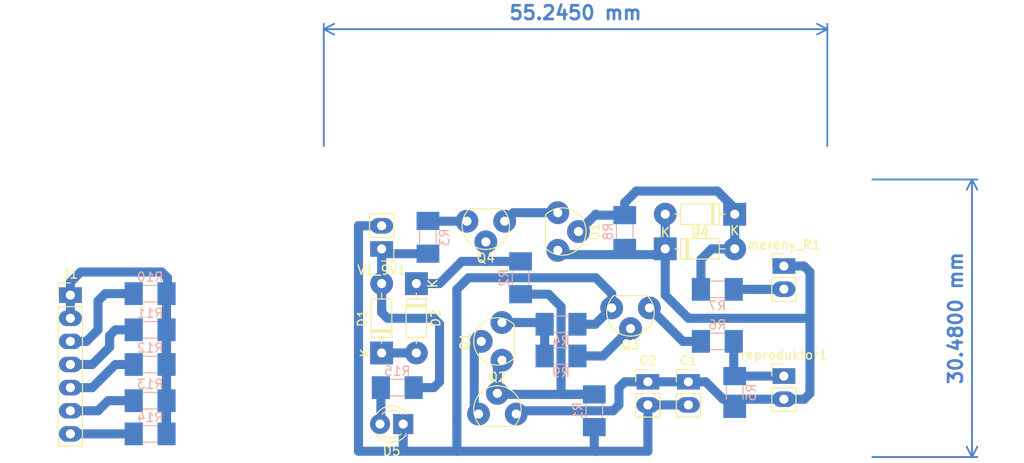
<source format=kicad_pcb>
(kicad_pcb (version 20211014) (generator pcbnew)
  (layers (0 "F.Cu" signal) (31 "B.Cu" signal) (34 "B.Paste" user) (35 "F.Paste" user) (36 "B.SilkS" user "B.Silkscreen") (37 "F.SilkS" user "F.Silkscreen") (38 "B.Mask" user) (39 "F.Mask" user) (44 "Edge.Cuts" user))
  (net 0 "")
  (net 1 "Net-(C1-Pad1)")
  (net 2 "GND")
  (net 3 "Net-(D1-Pad1)")
  (net 4 "+9V")
  (net 5 "Net-(D2-Pad1)")
  (net 6 "Net-(D3-Pad2)")
  (net 7 "Net-(R7-Pad2)")
  (net 8 "Net-(Q1-Pad1)")
  (net 9 "Net-(Q1-Pad2)")
  (net 10 "Net-(Q1-Pad3)")
  (net 11 "Net-(Q3-Pad1)")
  (net 12 "Net-(Q3-Pad2)")
  (net 13 "Net-(Q4-Pad1)")
  (net 14 "Net-(Q4-Pad3)")
  (net 15 "Net-(R5-Pad2)")
  (net 16 "Net-(J1-Pad3)")
  (net 17 "Net-(J1-Pad4)")
  (net 18 "Net-(J1-Pad5)")
  (net 19 "Net-(J1-Pad6)")
  (net 20 "Net-(J1-Pad7)")
  (net 21 "Net-(D5-Pad2)")
  (net 22 "Net-(J1-Pad1)")
  (footprint "A_library:PinHeader_1x02_P2.54mm_Vertical" (layer "F.Cu") (at 233.68 96.515)
    (fp_text reference "C2" (at 0 -2.33) (layer "F.SilkS"))
    (fp_text value "680n")
    (fp_line (start -1.33 3.87) (end 1.33 3.87) (layer "F.SilkS") (width 0.12))
    (fp_line (start 1.33 1.27) (end 1.33 3.87) (layer "F.SilkS") (width 0.12))
    (fp_line (start -1.33 -1.33) (end 0 -1.33) (layer "F.SilkS") (width 0.12))
    (fp_line (start -1.33 0) (end -1.33 -1.33) (layer "F.SilkS") (width 0.12))
    (fp_line (start -1.33 1.27) (end -1.33 3.87) (layer "F.SilkS") (width 0.12))
    (fp_line (start -1.33 1.27) (end 1.33 1.27) (layer "F.SilkS") (width 0.12))
    (pad "1" thru_hole rect (at 0 0) (size 2.5 1.7) (drill 1) (layers *.Cu *.Mask) (net 1 "Net-(C1-Pad1)"))
    (pad "2" thru_hole oval (at 0 2.54) (size 2.5 1.7) (drill 1) (layers *.Cu *.Mask) (net 2 "GND"))
  )
  (footprint "A_library:TO-92" (layer "F.Cu") (at 215.9 99.5525)
    (fp_text reference "Q2" (at 1.27 -3.56) (layer "F.SilkS"))
    (fp_text value "BC556")
    (fp_line (start -0.53 1.85) (end 3.07 1.85) (layer "F.SilkS") (width 0.12))
    (fp_arc (start -0.568478 1.838478) (mid -1.132087 -0.994977) (end 1.27 -2.6) (layer "F.SilkS") (width 0.12))
    (fp_arc (start 1.27 -2.6) (mid 3.672087 -0.994977) (end 3.108478 1.838478) (layer "F.SilkS") (width 0.12))
    (pad "1" thru_hole circle (at -0.8 0.5) (size 2.5 2.5) (drill 1) (layers *.Cu *.Mask) (net 9 "Net-(Q1-Pad2)"))
    (pad "2" thru_hole circle (at 1.27 -1.77) (size 2.5 2.5) (drill 1) (layers *.Cu *.Mask) (net 8 "Net-(Q1-Pad1)"))
    (pad "3" thru_hole circle (at 3.34 0.5 90) (size 2.5 2.5) (drill 1) (layers *.Cu *.Mask) (net 1 "Net-(C1-Pad1)"))
  )
  (footprint "A_library:PinHeader_1x02_P2.54mm_Vertical" (layer "F.Cu") (at 248.6025 95.885)
    (fp_text reference "reproduktor1" (at 0 -2.33) (layer "F.SilkS"))
    (fp_text value "Conn_01x02_Male")
    (fp_line (start -1.33 1.27) (end 1.33 1.27) (layer "F.SilkS") (width 0.12))
    (fp_line (start -1.33 1.27) (end -1.33 3.87) (layer "F.SilkS") (width 0.12))
    (fp_line (start -1.33 -1.33) (end 0 -1.33) (layer "F.SilkS") (width 0.12))
    (fp_line (start 1.33 1.27) (end 1.33 3.87) (layer "F.SilkS") (width 0.12))
    (fp_line (start -1.33 0) (end -1.33 -1.33) (layer "F.SilkS") (width 0.12))
    (fp_line (start -1.33 3.87) (end 1.33 3.87) (layer "F.SilkS") (width 0.12))
    (pad "1" thru_hole rect (at 0 0) (size 2.5 1.7) (drill 1) (layers *.Cu *.Mask) (net 15 "Net-(R5-Pad2)"))
    (pad "2" thru_hole oval (at 0 2.54) (size 2.5 1.7) (drill 1) (layers *.Cu *.Mask) (net 1 "Net-(C1-Pad1)"))
  )
  (footprint "A_library:PinHeader_1x07_P2.54mm_Vertical" (layer "F.Cu") (at 170.32 86.995)
    (fp_text reference "J1" (at 0 -2.33) (layer "F.SilkS"))
    (fp_text value "Conn_01x07_Female")
    (fp_line (start -1.33 1.27) (end 1.33 1.27) (layer "F.SilkS") (width 0.12))
    (fp_line (start -1.33 16.57) (end 1.33 16.57) (layer "F.SilkS") (width 0.12))
    (fp_line (start 1.33 1.27) (end 1.33 16.57) (layer "F.SilkS") (width 0.12))
    (fp_line (start -1.33 0) (end -1.33 -1.33) (layer "F.SilkS") (width 0.12))
    (fp_line (start -1.33 -1.33) (end 0 -1.33) (layer "F.SilkS") (width 0.12))
    (fp_line (start -1.33 1.27) (end -1.33 16.57) (layer "F.SilkS") (width 0.12))
    (pad "1" thru_hole rect (at 0 0) (size 2.5 1.7) (drill 1) (layers *.Cu *.Mask) (net 22 "Net-(J1-Pad1)"))
    (pad "2" thru_hole oval (at 0 2.54) (size 2.5 1.7) (drill 1) (layers *.Cu *.Mask) (net 22 "Net-(J1-Pad1)"))
    (pad "3" thru_hole oval (at 0 5.08) (size 2.5 1.7) (drill 1) (layers *.Cu *.Mask) (net 16 "Net-(J1-Pad3)"))
    (pad "4" thru_hole oval (at 0 7.62) (size 2.5 1.7) (drill 1) (layers *.Cu *.Mask) (net 17 "Net-(J1-Pad4)"))
    (pad "5" thru_hole oval (at 0 10.16) (size 2.5 1.7) (drill 1) (layers *.Cu *.Mask) (net 18 "Net-(J1-Pad5)"))
    (pad "6" thru_hole oval (at 0 12.7) (size 2.5 1.7) (drill 1) (layers *.Cu *.Mask) (net 19 "Net-(J1-Pad6)"))
    (pad "7" thru_hole oval (at 0 15.24) (size 2.5 1.7) (drill 1) (layers *.Cu *.Mask) (net 20 "Net-(J1-Pad7)"))
  )
  (footprint "A_library:TO-92" (layer "F.Cu") (at 217.17 79.375 180)
    (fp_text reference "Q4" (at 1.27 -3.56 180) (layer "F.SilkS"))
    (fp_text value "BC556")
    (fp_line (start -0.53 1.85) (end 3.07 1.85) (layer "F.SilkS") (width 0.12))
    (fp_arc (start 1.27 -2.6) (mid 3.672087 -0.994977) (end 3.108478 1.838478) (layer "F.SilkS") (width 0.12))
    (fp_arc (start -0.568478 1.838478) (mid -1.132087 -0.994977) (end 1.27 -2.6) (layer "F.SilkS") (width 0.12))
    (pad "1" thru_hole circle (at -0.8 0.5 180) (size 2.5 2.5) (drill 1) (layers *.Cu *.Mask) (net 13 "Net-(Q4-Pad1)"))
    (pad "2" thru_hole circle (at 1.27 -1.77 180) (size 2.5 2.5) (drill 1) (layers *.Cu *.Mask) (net 5 "Net-(D2-Pad1)"))
    (pad "3" thru_hole circle (at 3.34 0.5 270) (size 2.5 2.5) (drill 1) (layers *.Cu *.Mask) (net 14 "Net-(Q4-Pad3)"))
  )
  (footprint "A_library:PinHeader_1x02_P2.54mm_Vertical" (layer "F.Cu") (at 204.47 81.92 180)
    (fp_text reference "V1_9V1" (at 0 -2.33) (layer "F.SilkS"))
    (fp_text value "Conn_01x02_Male")
    (fp_line (start 1.33 1.27) (end 1.33 3.87) (layer "F.SilkS") (width 0.12))
    (fp_line (start -1.33 -1.33) (end 0 -1.33) (layer "F.SilkS") (width 0.12))
    (fp_line (start -1.33 0) (end -1.33 -1.33) (layer "F.SilkS") (width 0.12))
    (fp_line (start -1.33 1.27) (end -1.33 3.87) (layer "F.SilkS") (width 0.12))
    (fp_line (start -1.33 1.27) (end 1.33 1.27) (layer "F.SilkS") (width 0.12))
    (fp_line (start -1.33 3.87) (end 1.33 3.87) (layer "F.SilkS") (width 0.12))
    (pad "1" thru_hole rect (at 0 0 180) (size 2.5 1.7) (drill 1) (layers *.Cu *.Mask) (net 4 "+9V"))
    (pad "2" thru_hole oval (at 0 2.54 180) (size 2.5 1.7) (drill 1) (layers *.Cu *.Mask) (net 2 "GND"))
  )
  (footprint "A_library:TO-92" (layer "F.Cu") (at 224.2975 78.74 -90)
    (fp_text reference "U1" (at 1.27 -3.56 90) (layer "F.SilkS"))
    (fp_text value "LM334Z")
    (fp_line (start -0.53 1.85) (end 3.07 1.85) (layer "F.SilkS") (width 0.12))
    (fp_arc (start -0.568478 1.838478) (mid -1.132087 -0.994977) (end 1.27 -2.6) (layer "F.SilkS") (width 0.12))
    (fp_arc (start 1.27 -2.6) (mid 3.672087 -0.994977) (end 3.108478 1.838478) (layer "F.SilkS") (width 0.12))
    (pad "1" thru_hole circle (at -0.8 0.5 270) (size 2.5 2.5) (drill 1) (layers *.Cu *.Mask) (net 13 "Net-(Q4-Pad1)"))
    (pad "2" thru_hole circle (at 1.27 -1.77 270) (size 2.5 2.5) (drill 1) (layers *.Cu *.Mask) (net 6 "Net-(D3-Pad2)"))
    (pad "3" thru_hole circle (at 3.34 0.5) (size 2.5 2.5) (drill 1) (layers *.Cu *.Mask) (net 1 "Net-(C1-Pad1)"))
  )
  (footprint "A_library:TO-92" (layer "F.Cu") (at 217.17 93.345 90)
    (fp_text reference "Q1" (at 1.27 -3.56 90) (layer "F.SilkS"))
    (fp_text value "BC546")
    (fp_line (start -0.53 1.85) (end 3.07 1.85) (layer "F.SilkS") (width 0.12))
    (fp_arc (start -0.568478 1.838478) (mid -1.132087 -0.994977) (end 1.27 -2.6) (layer "F.SilkS") (width 0.12))
    (fp_arc (start 1.27 -2.6) (mid 3.672087 -0.994977) (end 3.108478 1.838478) (layer "F.SilkS") (width 0.12))
    (pad "1" thru_hole circle (at -0.8 0.5 90) (size 2.5 2.5) (drill 1) (layers *.Cu *.Mask) (net 8 "Net-(Q1-Pad1)"))
    (pad "2" thru_hole circle (at 1.27 -1.77 90) (size 2.5 2.5) (drill 1) (layers *.Cu *.Mask) (net 9 "Net-(Q1-Pad2)"))
    (pad "3" thru_hole circle (at 3.34 0.5 180) (size 2.5 2.5) (drill 1) (layers *.Cu *.Mask) (net 10 "Net-(Q1-Pad3)"))
  )
  (footprint "A_library:D_DO-35_SOD27_P7.62mm_Horizontal" (layer "F.Cu") (at 204.47 93.345 90)
    (fp_text reference "D1" (at 3.81 -2.12 90) (layer "F.SilkS"))
    (fp_text value "1N4148")
    (fp_text user "K" (at 0 -1.8 90) (layer "F.SilkS"))
    (fp_line (start 6.58 0) (end 5.93 0) (layer "F.SilkS") (width 0.12))
    (fp_line (start 1.69 1.12) (end 5.93 1.12) (layer "F.SilkS") (width 0.12))
    (fp_line (start 5.93 1.12) (end 5.93 -1.12) (layer "F.SilkS") (width 0.12))
    (fp_line (start 2.41 -1.12) (end 2.41 1.12) (layer "F.SilkS") (width 0.12))
    (fp_line (start 1.69 -1.12) (end 1.69 1.12) (layer "F.SilkS") (width 0.12))
    (fp_line (start 2.53 -1.12) (end 2.53 1.12) (layer "F.SilkS") (width 0.12))
    (fp_line (start 5.93 -1.12) (end 1.69 -1.12) (layer "F.SilkS") (width 0.12))
    (fp_line (start 2.29 -1.12) (end 2.29 1.12) (layer "F.SilkS") (width 0.12))
    (fp_line (start 1.04 0) (end 1.69 0) (layer "F.SilkS") (width 0.12))
    (pad "1" thru_hole rect (at 0 0 90) (size 2.5 2.5) (drill 1) (layers *.Cu *.Mask) (net 3 "Net-(D1-Pad1)"))
    (pad "2" thru_hole circle (at 7.62 0 90) (size 2.5 2.5) (drill 1) (layers *.Cu *.Mask) (net 4 "+9V"))
  )
  (footprint "A_library:PinHeader_1x02_P2.54mm_Vertical" (layer "F.Cu") (at 238.125 96.515)
    (fp_text reference "C1" (at 0 -2.33) (layer "F.SilkS"))
    (fp_text value "680n")
    (fp_line (start -1.33 -1.33) (end 0 -1.33) (layer "F.SilkS") (width 0.12))
    (fp_line (start -1.33 0) (end -1.33 -1.33) (layer "F.SilkS") (width 0.12))
    (fp_line (start -1.33 1.27) (end -1.33 3.87) (layer "F.SilkS") (width 0.12))
    (fp_line (start -1.33 1.27) (end 1.33 1.27) (layer "F.SilkS") (width 0.12))
    (fp_line (start -1.33 3.87) (end 1.33 3.87) (layer "F.SilkS") (width 0.12))
    (fp_line (start 1.33 1.27) (end 1.33 3.87) (layer "F.SilkS") (width 0.12))
    (pad "1" thru_hole rect (at 0 0) (size 2.5 1.7) (drill 1) (layers *.Cu *.Mask) (net 1 "Net-(C1-Pad1)"))
    (pad "2" thru_hole oval (at 0 2.54) (size 2.5 1.7) (drill 1) (layers *.Cu *.Mask) (net 2 "GND"))
  )
  (footprint "A_library:LED_D3.0mm" (layer "F.Cu") (at 206.835 101.155 180)
    (fp_text reference "D5" (at 1.27 -2.96) (layer "F.SilkS"))
    (fp_text value "LED")
    (fp_line (start -0.29 -1.236) (end -0.29 -1.08) (layer "F.SilkS") (width 0.12))
    (fp_line (start -0.29 1.08) (end -0.29 1.236) (layer "F.SilkS") (width 0.12))
    (fp_arc (start 2.942335 1.078608) (mid 1.366487 1.987659) (end -0.29 1.235516) (layer "F.SilkS") (width 0.12))
    (fp_arc (start -0.29 -1.235516) (mid 1.366487 -1.987659) (end 2.942335 -1.078608) (layer "F.SilkS") (width 0.12))
    (fp_arc (start 0.229039 -1.08) (mid 1.270117 -1.5) (end 2.31113 -1.079837) (layer "F.SilkS") (width 0.12))
    (fp_arc (start 2.31113 1.079837) (mid 1.270117 1.5) (end 0.229039 1.08) (layer "F.SilkS") (width 0.12))
    (pad "1" thru_hole rect (at 0 0 180) (size 2.2 2.2) (drill 1) (layers *.Cu *.Mask) (net 2 "GND"))
    (pad "2" thru_hole circle (at 2.54 0 180) (size 2.2 2.2) (drill 1) (layers *.Cu *.Mask) (net 21 "Net-(D5-Pad2)"))
  )
  (footprint "A_library:D_DO-35_SOD27_P7.62mm_Horizontal" (layer "F.Cu") (at 208.28 85.725 -90)
    (fp_text reference "D2" (at 3.81 -2.12 90) (layer "F.SilkS"))
    (fp_text value "1N4148")
    (fp_text user "K" (at 0 -1.8 90) (layer "F.SilkS"))
    (fp_line (start 1.69 -1.12) (end 1.69 1.12) (layer "F.SilkS") (width 0.12))
    (fp_line (start 2.41 -1.12) (end 2.41 1.12) (layer "F.SilkS") (width 0.12))
    (fp_line (start 5.93 -1.12) (end 1.69 -1.12) (layer "F.SilkS") (width 0.12))
    (fp_line (start 2.53 -1.12) (end 2.53 1.12) (layer "F.SilkS") (width 0.12))
    (fp_line (start 6.58 0) (end 5.93 0) (layer "F.SilkS") (width 0.12))
    (fp_line (start 5.93 1.12) (end 5.93 -1.12) (layer "F.SilkS") (width 0.12))
    (fp_line (start 1.69 1.12) (end 5.93 1.12) (layer "F.SilkS") (width 0.12))
    (fp_line (start 1.04 0) (end 1.69 0) (layer "F.SilkS") (width 0.12))
    (fp_line (start 2.29 -1.12) (end 2.29 1.12) (layer "F.SilkS") (width 0.12))
    (pad "1" thru_hole rect (at 0 0 270) (size 2.5 2.5) (drill 1) (layers *.Cu *.Mask) (net 5 "Net-(D2-Pad1)"))
    (pad "2" thru_hole circle (at 7.62 0 270) (size 2.5 2.5) (drill 1) (layers *.Cu *.Mask) (net 3 "Net-(D1-Pad1)"))
  )
  (footprint "A_library:PinHeader_1x02_P2.54mm_Vertical" (layer "F.Cu") (at 248.6025 83.8)
    (fp_text reference "mereny_R1" (at 0 -2.33) (layer "F.SilkS"))
    (fp_text value "Conn_01x02_Male")
    (fp_line (start -1.33 1.27) (end 1.33 1.27) (layer "F.SilkS") (width 0.12))
    (fp_line (start -1.33 3.87) (end 1.33 3.87) (layer "F.SilkS") (width 0.12))
    (fp_line (start -1.33 1.27) (end -1.33 3.87) (layer "F.SilkS") (width 0.12))
    (fp_line (start 1.33 1.27) (end 1.33 3.87) (layer "F.SilkS") (width 0.12))
    (fp_line (start -1.33 -1.33) (end 0 -1.33) (layer "F.SilkS") (width 0.12))
    (fp_line (start -1.33 0) (end -1.33 -1.33) (layer "F.SilkS") (width 0.12))
    (pad "1" thru_hole rect (at 0 0) (size 2.5 1.7) (drill 1) (layers *.Cu *.Mask) (net 1 "Net-(C1-Pad1)"))
    (pad "2" thru_hole oval (at 0 2.54) (size 2.5 1.7) (drill 1) (layers *.Cu *.Mask) (net 7 "Net-(R7-Pad2)"))
  )
  (footprint "A_library:TO-92" (layer "F.Cu") (at 233.045 88.9 180)
    (fp_text reference "Q3" (at 1.27 -3.56 180) (layer "F.SilkS"))
    (fp_text value "BC546")
    (fp_line (start -0.53 1.85) (end 3.07 1.85) (layer "F.SilkS") (width 0.12))
    (fp_arc (start 1.27 -2.6) (mid 3.672087 -0.994977) (end 3.108478 1.838478) (layer "F.SilkS") (width 0.12))
    (fp_arc (start -0.568478 1.838478) (mid -1.132087 -0.994977) (end 1.27 -2.6) (layer "F.SilkS") (width 0.12))
    (pad "1" thru_hole circle (at -0.8 0.5 180) (size 2.5 2.5) (drill 1) (layers *.Cu *.Mask) (net 11 "Net-(Q3-Pad1)"))
    (pad "2" thru_hole circle (at 1.27 -1.77 180) (size 2.5 2.5) (drill 1) (layers *.Cu *.Mask) (net 12 "Net-(Q3-Pad2)"))
    (pad "3" thru_hole circle (at 3.34 0.5 270) (size 2.5 2.5) (drill 1) (layers *.Cu *.Mask) (net 2 "GND"))
  )
  (footprint "A_library:D_DO-35_SOD27_P7.62mm_Horizontal" (layer "F.Cu") (at 235.585 81.915)
    (fp_text reference "D3" (at 3.81 -2.12) (layer "F.SilkS"))
    (fp_text value "1N4148")
    (fp_text user "K" (at 0 -1.8) (layer "F.SilkS"))
    (fp_line (start 2.41 -1.12) (end 2.41 1.12) (layer "F.SilkS") (width 0.12))
    (fp_line (start 1.69 -1.12) (end 1.69 1.12) (layer "F.SilkS") (width 0.12))
    (fp_line (start 1.69 1.12) (end 5.93 1.12) (layer "F.SilkS") (width 0.12))
    (fp_line (start 6.58 0) (end 5.93 0) (layer "F.SilkS") (width 0.12))
    (fp_line (start 1.04 0) (end 1.69 0) (layer "F.SilkS") (width 0.12))
    (fp_line (start 5.93 1.12) (end 5.93 -1.12) (layer "F.SilkS") (width 0.12))
    (fp_line (start 2.53 -1.12) (end 2.53 1.12) (layer "F.SilkS") (width 0.12))
    (fp_line (start 2.29 -1.12) (end 2.29 1.12) (layer "F.SilkS") (width 0.12))
    (fp_line (start 5.93 -1.12) (end 1.69 -1.12) (layer "F.SilkS") (width 0.12))
    (pad "1" thru_hole rect (at 0 0) (size 2.5 2.5) (drill 1) (layers *.Cu *.Mask) (net 1 "Net-(C1-Pad1)"))
    (pad "2" thru_hole circle (at 7.62 0) (size 2.5 2.5) (drill 1) (layers *.Cu *.Mask) (net 6 "Net-(D3-Pad2)"))
  )
  (footprint "A_library:D_DO-35_SOD27_P7.62mm_Horizontal" (layer "F.Cu") (at 243.205 78.105 180)
    (fp_text reference "D4" (at 3.81 -2.12 180) (layer "F.SilkS"))
    (fp_text value "1N4148")
    (fp_text user "K" (at 0 -1.8 180) (layer "F.SilkS"))
    (fp_line (start 2.29 -1.12) (end 2.29 1.12) (layer "F.SilkS") (width 0.12))
    (fp_line (start 1.69 -1.12) (end 1.69 1.12) (layer "F.SilkS") (width 0.12))
    (fp_line (start 6.58 0) (end 5.93 0) (layer "F.SilkS") (width 0.12))
    (fp_line (start 5.93 -1.12) (end 1.69 -1.12) (layer "F.SilkS") (width 0.12))
    (fp_line (start 1.04 0) (end 1.69 0) (layer "F.SilkS") (width 0.12))
    (fp_line (start 2.41 -1.12) (end 2.41 1.12) (layer "F.SilkS") (width 0.12))
    (fp_line (start 2.53 -1.12) (end 2.53 1.12) (layer "F.SilkS") (width 0.12))
    (fp_line (start 5.93 1.12) (end 5.93 -1.12) (layer "F.SilkS") (width 0.12))
    (fp_line (start 1.69 1.12) (end 5.93 1.12) (layer "F.SilkS") (width 0.12))
    (pad "1" thru_hole rect (at 0 0 180) (size 2.5 2.5) (drill 1) (layers *.Cu *.Mask) (net 6 "Net-(D3-Pad2)"))
    (pad "2" thru_hole circle (at 7.62 0 180) (size 2.5 2.5) (drill 1) (layers *.Cu *.Mask) (net 1 "Net-(C1-Pad1)"))
  )
  (footprint "A_library:R_1206" (layer "B.Cu") (at 179.07 98.59 180)
    (fp_text reference "R13" (at 0 1.82) (layer "B.SilkS") (effects (justify mirror)))
    (fp_text value "1k")
    (fp_line (start -0.727064 0.91) (end 0.727064 0.91) (layer "B.SilkS") (width 0.12))
    (fp_line (start -0.727064 -0.91) (end 0.727064 -0.91) (layer "B.SilkS") (width 0.12))
    (pad "1" smd rect (at -1.8 0 180) (size 2 2.5) (layers "B.Cu" "B.Paste" "B.Mask") (net 22 "Net-(J1-Pad1)"))
    (pad "2" smd rect (at 1.8 0 180) (size 2 2.5) (layers "B.Cu" "B.Paste" "B.Mask") (net 19 "Net-(J1-Pad6)"))
  )
  (footprint "A_library:R_1206" (layer "B.Cu") (at 224.155 93.675)
    (fp_text reference "R9" (at 0 1.82) (layer "B.SilkS") (effects (justify mirror)))
    (fp_text value "100")
    (fp_line (start -0.727064 -0.91) (end 0.727064 -0.91) (layer "B.SilkS") (width 0.12))
    (fp_line (start -0.727064 0.91) (end 0.727064 0.91) (layer "B.SilkS") (width 0.12))
    (pad "1" smd rect (at -1.8 0) (size 2 2.5) (layers "B.Cu" "B.Paste" "B.Mask") (net 10 "Net-(Q1-Pad3)"))
    (pad "2" smd rect (at 1.8 0) (size 2 2.5) (layers "B.Cu" "B.Paste" "B.Mask") (net 12 "Net-(Q3-Pad2)"))
  )
  (footprint "A_library:R_1206" (layer "B.Cu") (at 206.185 97.155 180)
    (fp_text reference "R15" (at 0 1.82) (layer "B.SilkS") (effects (justify mirror)))
    (fp_text value "R")
    (fp_line (start -0.727064 -0.91) (end 0.727064 -0.91) (layer "B.SilkS") (width 0.12))
    (fp_line (start -0.727064 0.91) (end 0.727064 0.91) (layer "B.SilkS") (width 0.12))
    (pad "1" smd rect (at -1.8 0 180) (size 2 2.5) (layers "B.Cu" "B.Paste" "B.Mask") (net 4 "+9V"))
    (pad "2" smd rect (at 1.8 0 180) (size 2 2.5) (layers "B.Cu" "B.Paste" "B.Mask") (net 21 "Net-(D5-Pad2)"))
  )
  (footprint "A_library:R_1206" (layer "B.Cu") (at 179.07 90.805 180)
    (fp_text reference "R11" (at 0 1.82) (layer "B.SilkS") (effects (justify mirror)))
    (fp_text value "10R")
    (fp_line (start -0.727064 0.91) (end 0.727064 0.91) (layer "B.SilkS") (width 0.12))
    (fp_line (start -0.727064 -0.91) (end 0.727064 -0.91) (layer "B.SilkS") (width 0.12))
    (pad "1" smd rect (at -1.8 0 180) (size 2 2.5) (layers "B.Cu" "B.Paste" "B.Mask") (net 22 "Net-(J1-Pad1)"))
    (pad "2" smd rect (at 1.8 0 180) (size 2 2.5) (layers "B.Cu" "B.Paste" "B.Mask") (net 17 "Net-(J1-Pad4)"))
  )
  (footprint "A_library:R_1206" (layer "B.Cu") (at 209.55 80.645 90)
    (fp_text reference "R3" (at 0 1.82 270) (layer "B.SilkS") (effects (justify mirror)))
    (fp_text value "R6,8")
    (fp_line (start -0.727064 0.91) (end 0.727064 0.91) (layer "B.SilkS") (width 0.12))
    (fp_line (start -0.727064 -0.91) (end 0.727064 -0.91) (layer "B.SilkS") (width 0.12))
    (pad "1" smd rect (at -1.8 0 90) (size 2 2.5) (layers "B.Cu" "B.Paste" "B.Mask") (net 4 "+9V"))
    (pad "2" smd rect (at 1.8 0 90) (size 2 2.5) (layers "B.Cu" "B.Paste" "B.Mask") (net 14 "Net-(Q4-Pad3)"))
  )
  (footprint "A_library:R_1206" (layer "B.Cu") (at 241.3 92.075 180)
    (fp_text reference "R6" (at 0 1.82) (layer "B.SilkS") (effects (justify mirror)))
    (fp_text value "1-16")
    (fp_line (start -0.727064 0.91) (end 0.727064 0.91) (layer "B.SilkS") (width 0.12))
    (fp_line (start -0.727064 -0.91) (end 0.727064 -0.91) (layer "B.SilkS") (width 0.12))
    (pad "1" smd rect (at -1.8 0 180) (size 2 2.5) (layers "B.Cu" "B.Paste" "B.Mask") (net 15 "Net-(R5-Pad2)"))
    (pad "2" smd rect (at 1.8 0 180) (size 2 2.5) (layers "B.Cu" "B.Paste" "B.Mask") (net 11 "Net-(Q3-Pad1)"))
  )
  (footprint "A_library:R_1206" (layer "B.Cu") (at 231.14 80.01 -90)
    (fp_text reference "R8" (at 0 1.82 90) (layer "B.SilkS") (effects (justify mirror)))
    (fp_text value "100k")
    (fp_line (start -0.727064 -0.91) (end 0.727064 -0.91) (layer "B.SilkS") (width 0.12))
    (fp_line (start -0.727064 0.91) (end 0.727064 0.91) (layer "B.SilkS") (width 0.12))
    (pad "1" smd rect (at -1.8 0 270) (size 2 2.5) (layers "B.Cu" "B.Paste" "B.Mask") (net 6 "Net-(D3-Pad2)"))
    (pad "2" smd rect (at 1.8 0 270) (size 2 2.5) (layers "B.Cu" "B.Paste" "B.Mask") (net 1 "Net-(C1-Pad1)"))
  )
  (footprint "A_library:R_1206" (layer "B.Cu") (at 179.07 102.235 180)
    (fp_text reference "R14" (at 0 1.82) (layer "B.SilkS") (effects (justify mirror)))
    (fp_text value "10k")
    (fp_line (start -0.727064 -0.91) (end 0.727064 -0.91) (layer "B.SilkS") (width 0.12))
    (fp_line (start -0.727064 0.91) (end 0.727064 0.91) (layer "B.SilkS") (width 0.12))
    (pad "1" smd rect (at -1.8 0 180) (size 2 2.5) (layers "B.Cu" "B.Paste" "B.Mask") (net 22 "Net-(J1-Pad1)"))
    (pad "2" smd rect (at 1.8 0 180) (size 2 2.5) (layers "B.Cu" "B.Paste" "B.Mask") (net 20 "Net-(J1-Pad7)"))
  )
  (footprint "A_library:R_1206" (layer "B.Cu") (at 219.71 85.09 -90)
    (fp_text reference "R2" (at 0 1.82 90) (layer "B.SilkS") (effects (justify mirror)))
    (fp_text value "47k")
    (fp_line (start -0.727064 0.91) (end 0.727064 0.91) (layer "B.SilkS") (width 0.12))
    (fp_line (start -0.727064 -0.91) (end 0.727064 -0.91) (layer "B.SilkS") (width 0.12))
    (pad "1" smd rect (at -1.8 0 270) (size 2 2.5) (layers "B.Cu" "B.Paste" "B.Mask") (net 5 "Net-(D2-Pad1)"))
    (pad "2" smd rect (at 1.8 0 270) (size 2 2.5) (layers "B.Cu" "B.Paste" "B.Mask") (net 8 "Net-(Q1-Pad1)"))
  )
  (footprint "A_library:R_1206" (layer "B.Cu") (at 243.205 97.685 90)
    (fp_text reference "R5" (at 0 1.82 270) (layer "B.SilkS") (effects (justify mirror)))
    (fp_text value "1-16")
    (fp_line (start -0.727064 -0.91) (end 0.727064 -0.91) (layer "B.SilkS") (width 0.12))
    (fp_line (start -0.727064 0.91) (end 0.727064 0.91) (layer "B.SilkS") (width 0.12))
    (pad "1" smd rect (at -1.8 0 90) (size 2 2.5) (layers "B.Cu" "B.Paste" "B.Mask") (net 1 "Net-(C1-Pad1)"))
    (pad "2" smd rect (at 1.8 0 90) (size 2 2.5) (layers "B.Cu" "B.Paste" "B.Mask") (net 15 "Net-(R5-Pad2)"))
  )
  (footprint "A_library:R_1206" (layer "B.Cu") (at 224.155 90.195)
    (fp_text reference "R4" (at 0 1.82) (layer "B.SilkS") (effects (justify mirror)))
    (fp_text value "100k")
    (fp_line (start -0.727064 -0.91) (end 0.727064 -0.91) (layer "B.SilkS") (width 0.12))
    (fp_line (start -0.727064 0.91) (end 0.727064 0.91) (layer "B.SilkS") (width 0.12))
    (pad "1" smd rect (at -1.8 0) (size 2 2.5) (layers "B.Cu" "B.Paste" "B.Mask") (net 10 "Net-(Q1-Pad3)"))
    (pad "2" smd rect (at 1.8 0) (size 2 2.5) (layers "B.Cu" "B.Paste" "B.Mask") (net 2 "GND"))
  )
  (footprint "A_library:R_1206" (layer "B.Cu") (at 179.07 86.83 180)
    (fp_text reference "R10" (at 0 1.82) (layer "B.SilkS") (effects (justify mirror)))
    (fp_text value "1R")
    (fp_line (start -0.727064 -0.91) (end 0.727064 -0.91) (layer "B.SilkS") (width 0.12))
    (fp_line (start -0.727064 0.91) (end 0.727064 0.91) (layer "B.SilkS") (width 0.12))
    (pad "1" smd rect (at -1.8 0 180) (size 2 2.5) (layers "B.Cu" "B.Paste" "B.Mask") (net 22 "Net-(J1-Pad1)"))
    (pad "2" smd rect (at 1.8 0 180) (size 2 2.5) (layers "B.Cu" "B.Paste" "B.Mask") (net 16 "Net-(J1-Pad3)"))
  )
  (footprint "A_library:R_1206" (layer "B.Cu") (at 179.07 94.615 180)
    (fp_text reference "R12" (at 0 1.82) (layer "B.SilkS") (effects (justify mirror)))
    (fp_text value "100R")
    (fp_line (start -0.727064 0.91) (end 0.727064 0.91) (layer "B.SilkS") (width 0.12))
    (fp_line (start -0.727064 -0.91) (end 0.727064 -0.91) (layer "B.SilkS") (width 0.12))
    (pad "1" smd rect (at -1.8 0 180) (size 2 2.5) (layers "B.Cu" "B.Paste" "B.Mask") (net 22 "Net-(J1-Pad1)"))
    (pad "2" smd rect (at 1.8 0 180) (size 2 2.5) (layers "B.Cu" "B.Paste" "B.Mask") (net 18 "Net-(J1-Pad5)"))
  )
  (footprint "A_library:R_1206" (layer "B.Cu") (at 227.8 99.695 -90)
    (fp_text reference "R1" (at 0 1.82 90) (layer "B.SilkS") (effects (justify mirror)))
    (fp_text value "47k")
    (fp_line (start -0.727064 0.91) (end 0.727064 0.91) (layer "B.SilkS") (width 0.12))
    (fp_line (start -0.727064 -0.91) (end 0.727064 -0.91) (layer "B.SilkS") (width 0.12))
    (pad "1" smd rect (at -1.8 0 270) (size 2 2.5) (layers "B.Cu" "B.Paste" "B.Mask") (net 8 "Net-(Q1-Pad1)"))
    (pad "2" smd rect (at 1.8 0 270) (size 2 2.5) (layers "B.Cu" "B.Paste" "B.Mask") (net 2 "GND"))
  )
  (footprint "A_library:R_1206" (layer "B.Cu") (at 241.3 86.36)
    (fp_text reference "R7" (at 0 1.82) (layer "B.SilkS") (effects (justify mirror)))
    (fp_text value "10")
    (fp_line (start -0.727064 -0.91) (end 0.727064 -0.91) (layer "B.SilkS") (width 0.12))
    (fp_line (start -0.727064 0.91) (end 0.727064 0.91) (layer "B.SilkS") (width 0.12))
    (pad "1" smd rect (at -1.8 0) (size 2 2.5) (layers "B.Cu" "B.Paste" "B.Mask") (net 6 "Net-(D3-Pad2)"))
    (pad "2" smd rect (at 1.8 0) (size 2 2.5) (layers "B.Cu" "B.Paste" "B.Mask") (net 7 "Net-(R7-Pad2)"))
  )
  (dimension (type aligned) (layer "B.Cu") (pts (xy 257.81 74.295) (xy 257.81 104.775)) (height -11.43) (gr_text "30.4800 mm" (at 267.44 89.535 90) (layer "B.Cu") (effects (font (size 1.5 1.5) (thickness 0.3)))) (format (units 3) (units_format 1) (precision 4)) (style (thickness 0.2) (arrow_length 1.27) (text_position_mode 0) (extension_height 0.58642) (extension_offset 0.5) keep_text_aligned))
  (dimension (type aligned) (layer "B.Cu") (pts (xy 198.12 71.12) (xy 253.365 71.12)) (height -13.335) (gr_text "55.2450 mm" (at 225.7425 55.985) (layer "B.Cu") (effects (font (size 1.5 1.5) (thickness 0.3)))) (format (units 3) (units_format 1) (precision 4)) (style (thickness 0.2) (arrow_length 1.27) (text_position_mode 0) (extension_height 0.58642) (extension_offset 0.5) keep_text_aligned))
  (segment (start 219.5975 99.695) (end 229.87 99.695) (width 1) (layer "B.Cu") (net 1))
  (segment (start 219.24 100.0525) (end 219.5975 99.695) (width 1) (layer "B.Cu") (net 1))
  (segment (start 235.585 86.995) (end 238.125 89.535) (width 1) (layer "B.Cu") (net 1))
  (segment (start 224.155 82.55) (end 234.95 82.55) (width 1) (layer "B.Cu") (net 1))
  (segment (start 248.6025 98.425) (end 241.935 98.425) (width 1) (layer "B.Cu") (net 1))
  (segment (start 238.125 96.515) (end 240.025 96.515) (width 1) (layer "B.Cu") (net 1))
  (segment (start 235.585 81.915) (end 235.585 86.995) (width 1) (layer "B.Cu") (net 1))
  (segment (start 231.145 96.515) (end 233.68 96.515) (width 1) (layer "B.Cu") (net 1))
  (segment (start 250.825 98.425) (end 248.6025 98.425) (width 1) (layer "B.Cu") (net 1))
  (segment (start 233.68 96.515) (end 238.125 96.515) (width 1) (layer "B.Cu") (net 1))
  (segment (start 241.935 98.425) (end 240.025 96.515) (width 1) (layer "B.Cu") (net 1))
  (segment (start 251.46 89.535) (end 251.46 88.265) (width 1) (layer "B.Cu") (net 1))
  (segment (start 229.87 99.695) (end 230.505 99.06) (width 1) (layer "B.Cu") (net 1))
  (segment (start 251.46 84.455) (end 250.805 83.8) (width 1) (layer "B.Cu") (net 1))
  (segment (start 251.46 89.535) (end 251.46 97.79) (width 1) (layer "B.Cu") (net 1))
  (segment (start 230.505 97.155) (end 231.145 96.515) (width 1) (layer "B.Cu") (net 1))
  (segment (start 251.46 97.79) (end 250.825 98.425) (width 1) (layer "B.Cu") (net 1))
  (segment (start 251.46 88.265) (end 251.46 84.455) (width 1) (layer "B.Cu") (net 1))
  (segment (start 223.7975 82.1925) (end 224.155 82.55) (width 1) (layer "B.Cu") (net 1))
  (segment (start 230.505 99.06) (end 230.505 97.155) (width 1) (layer "B.Cu") (net 1))
  (segment (start 235.585 78.105) (end 235.585 81.915) (width 1) (layer "B.Cu") (net 1))
  (segment (start 242.995 99.485) (end 243.205 99.485) (width 1) (layer "B.Cu") (net 1))
  (segment (start 223.7975 82.08) (end 223.7975 82.1925) (width 1) (layer "B.Cu") (net 1))
  (segment (start 238.125 89.535) (end 251.46 89.535) (width 1) (layer "B.Cu") (net 1))
  (segment (start 234.95 82.55) (end 235.585 81.915) (width 1) (layer "B.Cu") (net 1))
  (segment (start 250.805 83.8) (end 248.6025 83.8) (width 1) (layer "B.Cu") (net 1))
  (segment (start 206.835 101.155) (end 206.835 103.68) (width 1) (layer "B.Cu") (net 2))
  (segment (start 233.68 104.14) (end 233.68 99.055) (width 1) (layer "B.Cu") (net 2))
  (segment (start 212.725 86.36) (end 213.995 85.09) (width 1) (layer "B.Cu") (net 2))
  (segment (start 227.91 90.195) (end 229.705 88.4) (width 1) (layer "B.Cu") (net 2))
  (segment (start 227.8 101.495) (end 227.8 103.975) (width 1) (layer "B.Cu") (net 2))
  (segment (start 201.93 104.14) (end 206.375 104.14) (width 1) (layer "B.Cu") (net 2))
  (segment (start 227.8 103.975) (end 227.965 104.14) (width 1) (layer "B.Cu") (net 2))
  (segment (start 227.965 85.09) (end 229.705 86.83) (width 1) (layer "B.Cu") (net 2))
  (segment (start 238.125 99.055) (end 233.68 99.055) (width 1) (layer "B.Cu") (net 2))
  (segment (start 206.375 104.14) (end 212.725 104.14) (width 1) (layer "B.Cu") (net 2))
  (segment (start 201.93 79.375) (end 201.93 104.14) (width 1) (layer "B.Cu") (net 2))
  (segment (start 229.705 86.83) (end 229.705 88.4) (width 1) (layer "B.Cu") (net 2))
  (segment (start 204.47 79.38) (end 201.935 79.38) (width 1) (layer "B.Cu") (net 2))
  (segment (start 212.725 100.965) (end 212.725 104.14) (width 1) (layer "B.Cu") (net 2))
  (segment (start 213.995 85.09) (end 227.965 85.09) (width 1) (layer "B.Cu") (net 2))
  (segment (start 212.725 100.965) (end 212.725 86.36) (width 1) (layer "B.Cu") (net 2))
  (segment (start 227.965 101.66) (end 227.8 101.495) (width 1) (layer "B.Cu") (net 2))
  (segment (start 225.955 90.195) (end 227.91 90.195) (width 1) (layer "B.Cu") (net 2))
  (segment (start 212.725 104.14) (end 227.965 104.14) (width 1) (layer "B.Cu") (net 2))
  (segment (start 227.965 104.14) (end 233.68 104.14) (width 1) (layer "B.Cu") (net 2))
  (segment (start 201.935 79.38) (end 201.93 79.375) (width 1) (layer "B.Cu") (net 2))
  (segment (start 204.47 93.345) (end 208.28 93.345) (width 1) (layer "B.Cu") (net 3))
  (segment (start 207.985 97.155) (end 210.185 97.155) (width 1) (layer "B.Cu") (net 4))
  (segment (start 204.47 81.92) (end 204.47 85.725) (width 1) (layer "B.Cu") (net 4))
  (segment (start 210.185 97.155) (end 210.82 96.52) (width 1) (layer "B.Cu") (net 4))
  (segment (start 210.185 89.535) (end 210.82 90.17) (width 1) (layer "B.Cu") (net 4))
  (segment (start 204.995 82.445) (end 204.47 81.92) (width 1) (layer "B.Cu") (net 4))
  (segment (start 209.55 82.445) (end 204.995 82.445) (width 1) (layer "B.Cu") (net 4))
  (segment (start 210.82 90.17) (end 210.82 96.52) (width 1) (layer "B.Cu") (net 4))
  (segment (start 204.47 85.725) (end 204.47 88.9) (width 1) (layer "B.Cu") (net 4))
  (segment (start 205.105 89.535) (end 210.185 89.535) (width 1) (layer "B.Cu") (net 4))
  (segment (start 204.47 88.9) (end 205.105 89.535) (width 1) (layer "B.Cu") (net 4))
  (segment (start 213.255 83.29) (end 210.82 85.725) (width 1) (layer "B.Cu") (net 5))
  (segment (start 210.82 85.725) (end 208.28 85.725) (width 1) (layer "B.Cu") (net 5))
  (segment (start 216.005 83.29) (end 213.255 83.29) (width 1) (layer "B.Cu") (net 5))
  (segment (start 215.9 81.145) (end 215.9 83.185) (width 1) (layer "B.Cu") (net 5))
  (segment (start 219.71 83.29) (end 216.005 83.29) (width 1) (layer "B.Cu") (net 5))
  (segment (start 215.9 83.185) (end 216.005 83.29) (width 1) (layer "B.Cu") (net 5))
  (segment (start 241.3 75.565) (end 243.205 77.47) (width 1) (layer "B.Cu") (net 6))
  (segment (start 239.5 86.36) (end 239.5 83.08) (width 1) (layer "B.Cu") (net 6))
  (segment (start 226.0675 80.01) (end 227.965 78.1125) (width 1) (layer "B.Cu") (net 6))
  (segment (start 239.5 83.08) (end 240.665 81.915) (width 1) (layer "B.Cu") (net 6))
  (segment (start 240.665 81.915) (end 243.205 81.915) (width 1) (layer "B.Cu") (net 6))
  (segment (start 231.14 76.835) (end 232.41 75.565) (width 1) (layer "B.Cu") (net 6))
  (segment (start 227.965 78.1125) (end 227.965 78.105) (width 1) (layer "B.Cu") (net 6))
  (segment (start 228.07 78.21) (end 231.14 78.21) (width 1) (layer "B.Cu") (net 6))
  (segment (start 243.205 77.47) (end 243.205 78.105) (width 1) (layer "B.Cu") (net 6))
  (segment (start 227.965 78.105) (end 228.07 78.21) (width 1) (layer "B.Cu") (net 6))
  (segment (start 232.41 75.565) (end 241.3 75.565) (width 1) (layer "B.Cu") (net 6))
  (segment (start 231.14 78.21) (end 231.14 76.835) (width 1) (layer "B.Cu") (net 6))
  (segment (start 243.205 78.105) (end 243.205 81.915) (width 1) (layer "B.Cu") (net 6))
  (segment (start 243.1 86.36) (end 248.5825 86.36) (width 1) (layer "B.Cu") (net 7))
  (segment (start 248.5825 86.36) (end 248.6025 86.34) (width 1) (layer "B.Cu") (net 7))
  (segment (start 224.1475 97.7825) (end 224.155 97.79) (width 1) (layer "B.Cu") (net 8))
  (segment (start 222.78 86.89) (end 224.155 88.265) (width 1) (layer "B.Cu") (net 8))
  (segment (start 224.26 97.895) (end 227.8 97.895) (width 1) (layer "B.Cu") (net 8))
  (segment (start 224.155 97.79) (end 224.26 97.895) (width 1) (layer "B.Cu") (net 8))
  (segment (start 227.8 97.895) (end 217.2825 97.895) (width 1) (layer "B.Cu") (net 8))
  (segment (start 217.2825 97.895) (end 217.17 97.7825) (width 1) (layer "B.Cu") (net 8))
  (segment (start 217.17 95.885) (end 217.17 94.645) (width 1) (layer "B.Cu") (net 8))
  (segment (start 217.17 94.645) (end 217.67 94.145) (width 1) (layer "B.Cu") (net 8))
  (segment (start 217.17 97.7825) (end 217.17 95.885) (width 1) (layer "B.Cu") (net 8))
  (segment (start 219.71 86.89) (end 222.78 86.89) (width 1) (layer "B.Cu") (net 8))
  (segment (start 224.155 88.265) (end 224.155 97.79) (width 1) (layer "B.Cu") (net 8))
  (segment (start 215.265 92.075) (end 214.63 92.71) (width 1) (layer "B.Cu") (net 9))
  (segment (start 214.63 92.71) (end 214.63 99.5825) (width 1) (layer "B.Cu") (net 9))
  (segment (start 215.4 92.075) (end 215.265 92.075) (width 1) (layer "B.Cu") (net 9))
  (segment (start 214.63 99.5825) (end 215.1 100.0525) (width 1) (layer "B.Cu") (net 9))
  (segment (start 222.165 90.005) (end 222.355 90.195) (width 1) (layer "B.Cu") (net 10))
  (segment (start 222.355 90.195) (end 222.355 93.675) (width 1) (layer "B.Cu") (net 10))
  (segment (start 217.67 90.005) (end 222.165 90.005) (width 1) (layer "B.Cu") (net 10))
  (segment (start 237.52 92.075) (end 233.845 88.4) (width 1) (layer "B.Cu") (net 11))
  (segment (start 239.5 92.075) (end 237.52 92.075) (width 1) (layer "B.Cu") (net 11))
  (segment (start 233.845 88.4) (end 234.555 88.4) (width 1) (layer "B.Cu") (net 11))
  (segment (start 228.77 93.675) (end 231.775 90.67) (width 1) (layer "B.Cu") (net 12))
  (segment (start 225.955 93.675) (end 228.77 93.675) (width 1) (layer "B.Cu") (net 12))
  (segment (start 223.7975 77.94) (end 218.905 77.94) (width 1) (layer "B.Cu") (net 13))
  (segment (start 218.905 77.94) (end 217.97 78.875) (width 1) (layer "B.Cu") (net 13))
  (segment (start 213.83 78.875) (end 209.58 78.875) (width 1) (layer "B.Cu") (net 14))
  (segment (start 209.58 78.875) (end 209.55 78.845) (width 1) (layer "B.Cu") (net 14))
  (segment (start 243.1 92.075) (end 243.1 95.78) (width 1) (layer "B.Cu") (net 15))
  (segment (start 243.1 95.78) (end 243.205 95.885) (width 1) (layer "B.Cu") (net 15))
  (segment (start 243.205 95.885) (end 248.6025 95.885) (width 1) (layer "B.Cu") (net 15))
  (segment (start 170.32 92.075) (end 172.085 92.075) (width 1) (layer "B.Cu") (net 16))
  (segment (start 174.155 86.83) (end 177.27 86.83) (width 1) (layer "B.Cu") (net 16))
  (segment (start 173.355 90.805) (end 173.355 87.63) (width 1) (layer "B.Cu") (net 16))
  (segment (start 172.085 92.075) (end 173.355 90.805) (width 1) (layer "B.Cu") (net 16))
  (segment (start 173.355 87.63) (end 174.155 86.83) (width 1) (layer "B.Cu") (net 16))
  (segment (start 174.625 92.71) (end 174.625 91.44) (width 1) (layer "B.Cu") (net 17))
  (segment (start 170.32 94.615) (end 172.72 94.615) (width 1) (layer "B.Cu") (net 17))
  (segment (start 174.625 91.44) (end 175.26 90.805) (width 1) (layer "B.Cu") (net 17))
  (segment (start 172.72 94.615) (end 174.625 92.71) (width 1) (layer "B.Cu") (net 17))
  (segment (start 175.26 90.805) (end 177.27 90.805) (width 1) (layer "B.Cu") (net 17))
  (segment (start 172.72 97.155) (end 175.26 94.615) (width 1) (layer "B.Cu") (net 18))
  (segment (start 175.26 94.615) (end 177.27 94.615) (width 1) (layer "B.Cu") (net 18))
  (segment (start 170.32 97.155) (end 172.72 97.155) (width 1) (layer "B.Cu") (net 18))
  (segment (start 170.32 99.695) (end 173.355 99.695) (width 1) (layer "B.Cu") (net 19))
  (segment (start 173.355 99.695) (end 174.46 98.59) (width 1) (layer "B.Cu") (net 19))
  (segment (start 174.46 98.59) (end 177.27 98.59) (width 1) (layer "B.Cu") (net 19))
  (segment (start 170.32 102.235) (end 177.27 102.235) (width 1) (layer "B.Cu") (net 20))
  (segment (start 204.385 97.155) (end 204.385 101.065) (width 1) (layer "B.Cu") (net 21))
  (segment (start 204.385 101.065) (end 204.295 101.155) (width 1) (layer "B.Cu") (net 21))
  (segment (start 170.32 85.585) (end 171.45 84.455) (width 1) (layer "B.Cu") (net 22))
  (segment (start 170.32 89.535) (end 170.32 86.995) (width 1) (layer "B.Cu") (net 22))
  (segment (start 180.87 94.615) (end 180.87 98.59) (width 1) (layer "B.Cu") (net 22))
  (segment (start 170.32 86.995) (end 170.32 85.585) (width 1) (layer "B.Cu") (net 22))
  (segment (start 180.34 84.455) (end 180.975 85.09) (width 1) (layer "B.Cu") (net 22))
  (segment (start 180.975 85.09) (end 180.975 86.725) (width 1) (layer "B.Cu") (net 22))
  (segment (start 180.87 90.805) (end 180.87 94.615) (width 1) (layer "B.Cu") (net 22))
  (segment (start 180.975 86.725) (end 180.87 86.83) (width 1) (layer "B.Cu") (net 22))
  (segment (start 180.87 98.59) (end 180.87 102.235) (width 1) (layer "B.Cu") (net 22))
  (segment (start 180.87 86.83) (end 180.87 90.805) (width 1) (layer "B.Cu") (net 22))
  (segment (start 171.45 84.455) (end 180.34 84.455) (width 1) (layer "B.Cu") (net 22))
)
</source>
